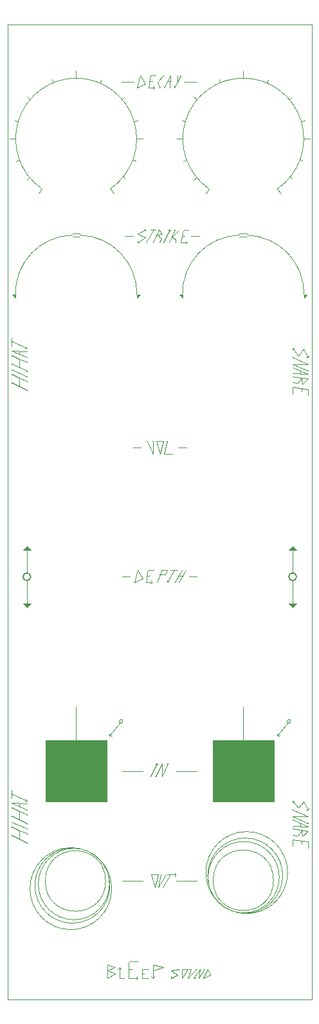
<source format=gto>
G04 #@! TF.GenerationSoftware,KiCad,Pcbnew,(6.0.0)*
G04 #@! TF.CreationDate,2022-07-07T20:03:20+01:00*
G04 #@! TF.ProjectId,Snare+Hihat,536e6172-652b-4486-9968-61742e6b6963,rev?*
G04 #@! TF.SameCoordinates,Original*
G04 #@! TF.FileFunction,Legend,Top*
G04 #@! TF.FilePolarity,Positive*
%FSLAX46Y46*%
G04 Gerber Fmt 4.6, Leading zero omitted, Abs format (unit mm)*
G04 Created by KiCad (PCBNEW (6.0.0)) date 2022-07-07 20:03:20*
%MOMM*%
%LPD*%
G01*
G04 APERTURE LIST*
%ADD10C,0.120000*%
%ADD11C,0.100000*%
%ADD12C,0.150000*%
G04 #@! TA.AperFunction,Profile*
%ADD13C,0.050000*%
G04 #@! TD*
%ADD14O,6.700000X4.200000*%
G04 APERTURE END LIST*
D10*
X85513118Y-41000000D02*
X84741506Y-41000000D01*
X120000000Y-47572083D02*
X120450000Y-48182083D01*
X101600000Y-38572083D02*
X101140000Y-38712083D01*
X93500000Y-33033694D02*
X93500000Y-32072083D01*
X96800000Y-33272083D02*
X96640000Y-33652083D01*
X109000000Y-35472083D02*
X109410000Y-35822083D01*
X101300000Y-43872083D02*
X100990000Y-43762083D01*
X98000000Y-47572083D02*
G75*
G03*
X89000000Y-47572083I-4500000J6572083D01*
G01*
X107400000Y-38572083D02*
X107860000Y-38712083D01*
X87000000Y-46372083D02*
X87350000Y-46082083D01*
X87000000Y-35472083D02*
X87410000Y-35822083D01*
X123600000Y-38572083D02*
X123140000Y-38712083D01*
X107500000Y-41000000D02*
X106728388Y-41000000D01*
X123500000Y-41000000D02*
X124271612Y-41000000D01*
X109000000Y-46372083D02*
X109350000Y-46082083D01*
X111000000Y-47572083D02*
X110540000Y-48162083D01*
X120000000Y-47572083D02*
G75*
G03*
X111000000Y-47572083I-4500000J6572083D01*
G01*
X121930000Y-46212083D02*
X121690000Y-46012083D01*
X99890000Y-35472083D02*
X99540000Y-35792083D01*
X85600000Y-43972083D02*
X86040000Y-43812083D01*
X85400000Y-38572083D02*
X85860000Y-38712083D01*
X118800000Y-33272083D02*
X118640000Y-33652083D01*
X90300000Y-33172083D02*
X90490000Y-33622083D01*
X107600000Y-43972083D02*
X108040000Y-43812083D01*
X98000000Y-47572083D02*
X98450000Y-48182083D01*
X121890000Y-35472083D02*
X121540000Y-35792083D01*
X99930000Y-46212083D02*
X99690000Y-46012083D01*
X112300000Y-33172083D02*
X112490000Y-33622083D01*
X115500000Y-33033694D02*
X115500000Y-32072083D01*
X89000000Y-47572083D02*
X88540000Y-48162083D01*
X101500000Y-41000000D02*
X102271612Y-41000000D01*
X123300000Y-43872083D02*
X122990000Y-43762083D01*
X124000000Y-131300000D02*
X122000000Y-131200000D01*
X87000000Y-127900000D02*
X86800000Y-128000000D01*
X123200000Y-133200000D02*
X123200000Y-133600000D01*
X85000000Y-127000000D02*
X85000000Y-127600000D01*
X85000000Y-130700000D02*
X87000000Y-131600000D01*
X86000000Y-132900000D02*
X86000000Y-131800000D01*
X123000000Y-131250000D02*
X123000000Y-130850000D01*
X86000000Y-129300000D02*
X85000000Y-128800000D01*
X85000000Y-132400000D02*
X85000000Y-132500000D01*
X123200000Y-131800000D02*
X122700000Y-132500000D01*
X123400000Y-128000000D02*
X122800000Y-128900000D01*
X85000000Y-127000000D02*
X85000000Y-126500000D01*
X85000000Y-129900000D02*
X87000000Y-130900000D01*
X85000000Y-132400000D02*
X87000000Y-133400000D01*
X87000000Y-129700000D02*
X87000000Y-129800000D01*
X85000000Y-131300000D02*
X85000000Y-131400000D01*
X85000000Y-129900000D02*
X85000000Y-130000000D01*
X122700000Y-132500000D02*
X122000000Y-132400000D01*
X85000000Y-128800000D02*
X85000000Y-128900000D01*
X86000000Y-130400000D02*
X86000000Y-129300000D01*
X124000000Y-133300000D02*
X124000000Y-134100000D01*
X124000000Y-131900000D02*
X123300000Y-132600000D01*
X122000000Y-129100000D02*
X122000000Y-129000000D01*
X86000000Y-129300000D02*
X87000000Y-129700000D01*
X124000000Y-129100000D02*
X123800000Y-129100000D01*
X124000000Y-130000000D02*
X122000000Y-129100000D01*
X122000000Y-127900000D02*
X122200000Y-127900000D01*
X87000000Y-130900000D02*
X87000000Y-131000000D01*
X86000000Y-131800000D02*
X87000000Y-132200000D01*
X124000000Y-129100000D02*
X124100000Y-128900000D01*
X86000000Y-131800000D02*
X85000000Y-131300000D01*
X87000000Y-133400000D02*
X87000000Y-133500000D01*
X123300000Y-132600000D02*
X123200000Y-131800000D01*
X87000000Y-132200000D02*
X87000000Y-132300000D01*
X85000000Y-128200000D02*
X87000000Y-128300000D01*
X87000000Y-127900000D02*
X86900000Y-127700000D01*
X122000000Y-133000000D02*
X124000000Y-133300000D01*
X85000000Y-127000000D02*
X87000000Y-127900000D01*
X124000000Y-129100000D02*
X123400000Y-128000000D01*
X124000000Y-130000000D02*
X122000000Y-130000000D01*
X124000000Y-130900000D02*
X122000000Y-130000000D01*
X86000000Y-128300000D02*
X86000000Y-128600000D01*
X122800000Y-128900000D02*
X122000000Y-127900000D01*
X124000000Y-130900000D02*
X124000000Y-130800000D01*
X124000000Y-131300000D02*
X122000000Y-130400000D01*
X122000000Y-133000000D02*
X122000000Y-133900000D01*
X85000000Y-128200000D02*
X87000000Y-129100000D01*
X124000000Y-131900000D02*
X122000000Y-131600000D01*
X122000000Y-127900000D02*
X122000000Y-128100000D01*
X124000000Y-70600000D02*
X122000000Y-70600000D01*
X122000000Y-68500000D02*
X122000000Y-68700000D01*
X124000000Y-72500000D02*
X122000000Y-72200000D01*
X124000000Y-71900000D02*
X122000000Y-71000000D01*
X86000000Y-68900000D02*
X86000000Y-69200000D01*
X122000000Y-73600000D02*
X122000000Y-74500000D01*
X124000000Y-71500000D02*
X122000000Y-70600000D01*
X85000000Y-68800000D02*
X87000000Y-69700000D01*
X122800000Y-69500000D02*
X122000000Y-68500000D01*
X124000000Y-71500000D02*
X124000000Y-71400000D01*
X124000000Y-69700000D02*
X123800000Y-69700000D01*
X122000000Y-68500000D02*
X122200000Y-68500000D01*
X87000000Y-68500000D02*
X86900000Y-68300000D01*
X122000000Y-73600000D02*
X124000000Y-73900000D01*
X124000000Y-69700000D02*
X123400000Y-68600000D01*
X124000000Y-71900000D02*
X122000000Y-71800000D01*
X87000000Y-68500000D02*
X86800000Y-68600000D01*
X85000000Y-67600000D02*
X85000000Y-68200000D01*
X85000000Y-71300000D02*
X87000000Y-72200000D01*
X123000000Y-71850000D02*
X123000000Y-71450000D01*
X123400000Y-68600000D02*
X122800000Y-69500000D01*
X123200000Y-72400000D02*
X122700000Y-73100000D01*
X107000000Y-150000000D02*
X106000000Y-150200000D01*
X87000000Y-71500000D02*
X87000000Y-71600000D01*
X85000000Y-67600000D02*
X85000000Y-67100000D01*
X85000000Y-73000000D02*
X87000000Y-74000000D01*
X87000000Y-70300000D02*
X87000000Y-70400000D01*
X86000000Y-72400000D02*
X87000000Y-72800000D01*
X85000000Y-71900000D02*
X85000000Y-72000000D01*
X86000000Y-69900000D02*
X85000000Y-69400000D01*
X86000000Y-72400000D02*
X85000000Y-71900000D01*
X87000000Y-74000000D02*
X87000000Y-74100000D01*
X85000000Y-70500000D02*
X85000000Y-70600000D01*
X85000000Y-69400000D02*
X85000000Y-69500000D01*
X85000000Y-73000000D02*
X85000000Y-73100000D01*
X86000000Y-73500000D02*
X86000000Y-72400000D01*
X87000000Y-72800000D02*
X87000000Y-72900000D01*
X85000000Y-68800000D02*
X87000000Y-68900000D01*
X85000000Y-67600000D02*
X87000000Y-68500000D01*
X115500000Y-121750000D02*
X115500000Y-115500000D01*
X85000000Y-70500000D02*
X87000000Y-71500000D01*
X93500000Y-121750000D02*
X93500000Y-115500000D01*
X86000000Y-71000000D02*
X86000000Y-69900000D01*
X86000000Y-69900000D02*
X87000000Y-70300000D01*
X102200000Y-150600000D02*
X102400000Y-150600000D01*
X98600000Y-150600000D02*
X97600000Y-150200000D01*
X103400000Y-151000000D02*
X103600000Y-151200000D01*
X100400000Y-151200000D02*
X101600000Y-151200000D01*
X103600000Y-151200000D02*
X103600000Y-151000000D01*
X106000000Y-151200000D02*
X106000000Y-151000000D01*
X102200000Y-150000000D02*
X102200000Y-151200000D01*
X105000000Y-149800000D02*
X103600000Y-150200000D01*
X99200000Y-151200000D02*
X99800000Y-151200000D01*
X110400000Y-150000000D02*
X110200000Y-150000000D01*
X100400000Y-150000000D02*
X100800000Y-150000000D01*
X100800000Y-149000000D02*
X101600000Y-149000000D01*
X97600000Y-149400000D02*
X97600000Y-151200000D01*
X103600000Y-149400000D02*
X105000000Y-149800000D01*
X98600000Y-149800000D02*
X97600000Y-149400000D01*
X102200000Y-150000000D02*
X103000000Y-150000000D01*
X97600000Y-150200000D02*
X98600000Y-149800000D01*
X97600000Y-151200000D02*
X98600000Y-150600000D01*
X100400000Y-149400000D02*
X100400000Y-151200000D01*
X103600000Y-151200000D02*
X103800000Y-151000000D01*
X103600000Y-149400000D02*
X103600000Y-151200000D01*
X102200000Y-151200000D02*
X103000000Y-151200000D01*
X101600000Y-97600000D02*
X101200000Y-99200000D01*
X105500000Y-99200000D02*
X105700000Y-99100000D01*
X102700000Y-99200000D02*
X103400000Y-99200000D01*
X101200000Y-99200000D02*
X102300000Y-98700000D01*
X105200000Y-98200000D02*
X104400000Y-98200000D01*
X102300000Y-98700000D02*
X101600000Y-97600000D01*
X107900000Y-97600000D02*
X107000000Y-99200000D01*
X106400000Y-97600000D02*
X105500000Y-99200000D01*
X104800000Y-97600000D02*
X104100000Y-99200000D01*
X105900000Y-97600000D02*
X106800000Y-97600000D01*
X103300000Y-97600000D02*
G75*
G03*
X102900000Y-98000000I-1J-399999D01*
G01*
X105500000Y-97600000D02*
X105200000Y-98200000D01*
X103500000Y-99200000D02*
X103300000Y-99400000D01*
X103500000Y-99200000D02*
X103300000Y-99000000D01*
X87000000Y-98000000D02*
X87000000Y-95000000D01*
X103300000Y-97600000D02*
X103700000Y-97600000D01*
X102900000Y-98400000D02*
X103200000Y-98400000D01*
X107400000Y-97600000D02*
X106500000Y-99200000D01*
X102900000Y-98000000D02*
X102700000Y-99200000D01*
X105500000Y-99200000D02*
X105500000Y-99000000D01*
X106800000Y-98400000D02*
X107600000Y-98400000D01*
D11*
X87500000Y-95000000D02*
X86500000Y-95000000D01*
X86500000Y-95000000D02*
X87000000Y-94500000D01*
X87000000Y-94500000D02*
X87500000Y-95000000D01*
G36*
X87500000Y-95000000D02*
G01*
X86500000Y-95000000D01*
X87000000Y-94500000D01*
X87500000Y-95000000D01*
G37*
X87500000Y-95000000D02*
X86500000Y-95000000D01*
X87000000Y-94500000D01*
X87500000Y-95000000D01*
D10*
X102300000Y-124000000D02*
X99600000Y-124000000D01*
X121750000Y-117500000D02*
G75*
G03*
X121750000Y-117500000I-250000J0D01*
G01*
X93000000Y-53450000D02*
X94000000Y-53450000D01*
X120236150Y-137950000D02*
G75*
G03*
X120236150Y-137950000I-4686150J0D01*
G01*
X104800000Y-123000000D02*
X104800000Y-124700000D01*
X93000000Y-53850000D02*
X94000000Y-53850000D01*
X104000000Y-124700000D02*
X103900000Y-124700000D01*
X104800000Y-124700000D02*
X105600000Y-123000000D01*
D11*
X87000000Y-102500000D02*
X86500000Y-102000000D01*
X86500000Y-102000000D02*
X87500000Y-102000000D01*
X87500000Y-102000000D02*
X87000000Y-102500000D01*
G36*
X87000000Y-102500000D02*
G01*
X86500000Y-102000000D01*
X87500000Y-102000000D01*
X87000000Y-102500000D01*
G37*
X87000000Y-102500000D02*
X86500000Y-102000000D01*
X87500000Y-102000000D01*
X87000000Y-102500000D01*
D10*
X103300000Y-124700000D02*
X104100000Y-123000000D01*
X87000000Y-99000000D02*
X87000000Y-102000000D01*
D12*
X87500000Y-98500000D02*
G75*
G03*
X87500000Y-98500000I-500000J0D01*
G01*
D10*
X122000000Y-99000000D02*
X122000000Y-102000000D01*
X105600000Y-123000000D02*
X105500000Y-123000000D01*
X119469887Y-138350000D02*
G75*
G03*
X119469887Y-138350000I-3969887J0D01*
G01*
X104100000Y-123000000D02*
X104200000Y-123200000D01*
X104000000Y-124700000D02*
X104800000Y-123000000D01*
X104100000Y-123000000D02*
X103900000Y-123100000D01*
X120000000Y-119400000D02*
X120300000Y-119400000D01*
X120000000Y-119400000D02*
X120000000Y-119100000D01*
X121500000Y-117500000D02*
X120000000Y-119400000D01*
X93000000Y-53650000D02*
G75*
G03*
X85500000Y-61450000I150000J-7650000D01*
G01*
X104300000Y-137600000D02*
X103900000Y-139300000D01*
X97939636Y-139050000D02*
G75*
G03*
X97939636Y-139050000I-4939636J0D01*
G01*
X122700000Y-73100000D02*
X122000000Y-73000000D01*
X121335165Y-137350000D02*
G75*
G03*
X121335165Y-137350000I-5385165J0D01*
G01*
X124000000Y-73900000D02*
X124000000Y-74700000D01*
X120689636Y-137750000D02*
G75*
G03*
X120689636Y-137750000I-4939636J0D01*
G01*
X98185165Y-139450000D02*
G75*
G03*
X98185165Y-139450000I-5385165J0D01*
G01*
X97369887Y-138450000D02*
G75*
G03*
X97369887Y-138450000I-3969887J0D01*
G01*
X103900000Y-139300000D02*
X103400000Y-137600000D01*
D11*
X119500000Y-128000000D02*
X111500000Y-128000000D01*
X111500000Y-128000000D02*
X111500000Y-120000000D01*
X111500000Y-120000000D02*
X119500000Y-120000000D01*
X119500000Y-120000000D02*
X119500000Y-128000000D01*
G36*
X119500000Y-128000000D02*
G01*
X111500000Y-128000000D01*
X111500000Y-120000000D01*
X119500000Y-120000000D01*
X119500000Y-128000000D01*
G37*
X119500000Y-128000000D02*
X111500000Y-128000000D01*
X111500000Y-120000000D01*
X119500000Y-120000000D01*
X119500000Y-128000000D01*
D10*
X123300000Y-73200000D02*
X123200000Y-72400000D01*
X123200000Y-73800000D02*
X123200000Y-74200000D01*
X124000000Y-72500000D02*
X123300000Y-73200000D01*
X124000000Y-69700000D02*
X124100000Y-69500000D01*
X105900000Y-137600000D02*
X104900000Y-139300000D01*
X104300000Y-139300000D02*
X105300000Y-137600000D01*
X124000000Y-70600000D02*
X122000000Y-69700000D01*
X97886150Y-138850000D02*
G75*
G03*
X97886150Y-138850000I-4686150J0D01*
G01*
X104600000Y-137600000D02*
X104300000Y-139300000D01*
X103400000Y-137600000D02*
X104300000Y-137600000D01*
X122000000Y-69700000D02*
X122000000Y-69600000D01*
X105500000Y-137600000D02*
X106200000Y-137600000D01*
D13*
X84500000Y-26000000D02*
X84499999Y-149500001D01*
X84500000Y-26000000D02*
X124500000Y-26000000D01*
X124500000Y-154000000D02*
X84500000Y-154000000D01*
X84500000Y-154000000D02*
X84499999Y-149500001D01*
X124500000Y-26000000D02*
X124500000Y-154000000D01*
D10*
X107300000Y-54600000D02*
X108000000Y-54600000D01*
X106200000Y-137600000D02*
X106600000Y-137600000D01*
X108100000Y-54600000D02*
X107900000Y-54400000D01*
X106400000Y-34250000D02*
X106400000Y-34050000D01*
X97900000Y-119400000D02*
X98200000Y-119400000D01*
X106950000Y-81500000D02*
X108000000Y-81500000D01*
X101600000Y-54600000D02*
X101800000Y-54600000D01*
X106100000Y-53900000D02*
X107000000Y-53000000D01*
X104100000Y-53600000D02*
X104700000Y-54100000D01*
X102050000Y-81500000D02*
X101000000Y-81500000D01*
X102600000Y-52900000D02*
X102600000Y-53100000D01*
X101500000Y-61450000D02*
G75*
G03*
X94000000Y-53650000I-7702650J99375D01*
G01*
X108100000Y-54600000D02*
X107900000Y-54800000D01*
X102850000Y-80650000D02*
X102750000Y-80650000D01*
X107500000Y-53400000D02*
X107300000Y-54600000D01*
X122000000Y-98000000D02*
X122000000Y-95000000D01*
X104950000Y-80650000D02*
X104550000Y-82350000D01*
X102600000Y-52900000D02*
X102400000Y-52900000D01*
X99650000Y-117500000D02*
G75*
G03*
X99650000Y-117500000I-250000J0D01*
G01*
X103600000Y-32650000D02*
G75*
G03*
X103200000Y-33050000I-1J-399999D01*
G01*
X104700000Y-54100000D02*
X104500000Y-54600000D01*
X103300000Y-52900000D02*
X104000000Y-52900000D01*
X108600000Y-53800000D02*
X109700000Y-53800000D01*
X105900000Y-32650000D02*
X105800000Y-34250000D01*
X102300000Y-138400000D02*
X99600000Y-138400000D01*
X103200000Y-33050000D02*
X103000000Y-34250000D01*
D12*
X122500000Y-98500000D02*
G75*
G03*
X122500000Y-98500000I-500000J0D01*
G01*
D10*
X102850000Y-80650000D02*
X103650000Y-82350000D01*
X104500000Y-34250000D02*
X104600000Y-34150000D01*
X105450000Y-80650000D02*
X105050000Y-82350000D01*
X101500000Y-61850000D02*
X101500000Y-61450000D01*
X101500000Y-61450000D02*
X101900000Y-61450000D01*
X101900000Y-61450000D02*
X101500000Y-61850000D01*
G36*
X101500000Y-61850000D02*
G01*
X101500000Y-61450000D01*
X101900000Y-61450000D01*
X101500000Y-61850000D01*
G37*
X101500000Y-61850000D02*
X101500000Y-61450000D01*
X101900000Y-61450000D01*
X101500000Y-61850000D01*
X106600000Y-137600000D02*
X106500000Y-137400000D01*
X106800000Y-33550000D02*
X106800000Y-32650000D01*
X101500000Y-34250000D02*
X102600000Y-33750000D01*
X85100000Y-61500000D02*
X85500000Y-61500000D01*
X85500000Y-61500000D02*
X85500000Y-61900000D01*
X85500000Y-61900000D02*
X85100000Y-61500000D01*
G36*
X85500000Y-61900000D02*
G01*
X85100000Y-61500000D01*
X85500000Y-61500000D01*
X85500000Y-61900000D01*
G37*
X85500000Y-61900000D02*
X85100000Y-61500000D01*
X85500000Y-61500000D01*
X85500000Y-61900000D01*
X106700000Y-138400000D02*
X109400000Y-138400000D01*
X115000000Y-53650000D02*
G75*
G03*
X107500000Y-61450000I150000J-7650000D01*
G01*
X103800000Y-34250000D02*
X103600000Y-34050000D01*
X103650000Y-82350000D02*
X103650000Y-80650000D01*
X106400000Y-34250000D02*
X106600000Y-34150000D01*
X101000000Y-53800000D02*
X99900000Y-53800000D01*
X105000000Y-32650000D02*
X105100000Y-32750000D01*
X105800000Y-52900000D02*
X105900000Y-53100000D01*
X103000000Y-34250000D02*
X103700000Y-34250000D01*
X104800000Y-53500000D02*
X104100000Y-53600000D01*
X106800000Y-33550000D02*
X107300000Y-32650000D01*
X107700000Y-33550000D02*
X109300000Y-33550000D01*
X103700000Y-52900000D02*
X102700000Y-54600000D01*
X104400000Y-52900000D02*
X103600000Y-54600000D01*
X99400000Y-117500000D02*
X97900000Y-119400000D01*
X103800000Y-34250000D02*
X103600000Y-34450000D01*
X104200000Y-33550000D02*
X104500000Y-34250000D01*
X106100000Y-53900000D02*
X106600000Y-54200000D01*
X105450000Y-80650000D02*
X105350000Y-80650000D01*
X104550000Y-82350000D02*
X104050000Y-80650000D01*
X123500000Y-61450000D02*
G75*
G03*
X116000000Y-53650000I-7702650J99375D01*
G01*
X107500000Y-53800000D02*
X107800000Y-53800000D01*
X105800000Y-52900000D02*
X105600000Y-53000000D01*
X107400000Y-151200000D02*
X108200000Y-150000000D01*
X110200000Y-151200000D02*
X111200000Y-150800000D01*
X109400000Y-150000000D02*
X109200000Y-150000000D01*
X109000000Y-151200000D02*
X109200000Y-151200000D01*
X108600000Y-150000000D02*
X108400000Y-150000000D01*
X106800000Y-150800000D02*
X106000000Y-151200000D01*
X109800000Y-150000000D02*
X109000000Y-151200000D01*
X100800000Y-149000000D02*
G75*
G03*
X100400000Y-149400000I-1J-399999D01*
G01*
X99200000Y-149800000D02*
X99400000Y-150000000D01*
X110800000Y-150000000D02*
X110200000Y-151200000D01*
X109600000Y-151200000D02*
X110400000Y-150000000D01*
X108200000Y-150000000D02*
X107400000Y-150000000D01*
X107000000Y-150000000D02*
X107000000Y-150200000D01*
X108200000Y-151200000D02*
X109400000Y-150000000D01*
X109800000Y-150000000D02*
X109600000Y-151200000D01*
X106000000Y-150200000D02*
X106800000Y-150800000D01*
X101600000Y-151200000D02*
X101400000Y-151400000D01*
X99200000Y-149800000D02*
X99000000Y-150000000D01*
X107400000Y-150000000D02*
X107400000Y-151200000D01*
X108600000Y-150000000D02*
X108200000Y-151200000D01*
X101600000Y-151200000D02*
X101400000Y-151000000D01*
X110800000Y-150000000D02*
X111200000Y-150800000D01*
X106600000Y-54200000D02*
X106600000Y-54600000D01*
X107900000Y-53000000D02*
G75*
G03*
X107500000Y-53400000I-1J-399999D01*
G01*
D11*
X97500000Y-128000000D02*
X89500000Y-128000000D01*
X89500000Y-128000000D02*
X89500000Y-120000000D01*
X89500000Y-120000000D02*
X97500000Y-120000000D01*
X97500000Y-120000000D02*
X97500000Y-128000000D01*
G36*
X97500000Y-128000000D02*
G01*
X89500000Y-128000000D01*
X89500000Y-120000000D01*
X97500000Y-120000000D01*
X97500000Y-128000000D01*
G37*
X97500000Y-128000000D02*
X89500000Y-128000000D01*
X89500000Y-120000000D01*
X97500000Y-120000000D01*
X97500000Y-128000000D01*
D10*
X108400000Y-98500000D02*
X109400000Y-98500000D01*
X105700000Y-54600000D02*
X106500000Y-52900000D01*
X103650000Y-80650000D02*
X103550000Y-80650000D01*
X102600000Y-53900000D02*
X101600000Y-54600000D01*
X106600000Y-137600000D02*
X106500000Y-137800000D01*
X102600000Y-52900000D02*
X101600000Y-53500000D01*
X102600000Y-33750000D02*
X101900000Y-32650000D01*
X105000000Y-54600000D02*
X105800000Y-52900000D01*
D11*
X122500000Y-95000000D02*
X121500000Y-95000000D01*
X121500000Y-95000000D02*
X122000000Y-94500000D01*
X122000000Y-94500000D02*
X122500000Y-95000000D01*
G36*
X122500000Y-95000000D02*
G01*
X121500000Y-95000000D01*
X122000000Y-94500000D01*
X122500000Y-95000000D01*
G37*
X122500000Y-95000000D02*
X121500000Y-95000000D01*
X122000000Y-94500000D01*
X122500000Y-95000000D01*
D10*
X105900000Y-32650000D02*
X105100000Y-34250000D01*
X123500000Y-61850000D02*
X123500000Y-61450000D01*
X123500000Y-61450000D02*
X123900000Y-61450000D01*
X123900000Y-61450000D02*
X123500000Y-61850000D01*
G36*
X123500000Y-61850000D02*
G01*
X123500000Y-61450000D01*
X123900000Y-61450000D01*
X123500000Y-61850000D01*
G37*
X123500000Y-61850000D02*
X123500000Y-61450000D01*
X123900000Y-61450000D01*
X123500000Y-61850000D01*
X101100000Y-33550000D02*
X99500000Y-33550000D01*
D11*
X122000000Y-102500000D02*
X121500000Y-102000000D01*
X121500000Y-102000000D02*
X122500000Y-102000000D01*
X122500000Y-102000000D02*
X122000000Y-102500000D01*
G36*
X122000000Y-102500000D02*
G01*
X121500000Y-102000000D01*
X122500000Y-102000000D01*
X122000000Y-102500000D01*
G37*
X122000000Y-102500000D02*
X121500000Y-102000000D01*
X122500000Y-102000000D01*
X122000000Y-102500000D01*
D10*
X106800000Y-33550000D02*
X106400000Y-34250000D01*
X115000000Y-53450000D02*
X116000000Y-53450000D01*
X106700000Y-124000000D02*
X109400000Y-124000000D01*
X104600000Y-97600000D02*
X105500000Y-97600000D01*
X103200000Y-33450000D02*
X103500000Y-33450000D01*
X101600000Y-53500000D02*
X102600000Y-53900000D01*
X105000000Y-32650000D02*
X104200000Y-33550000D01*
X105800000Y-33450000D02*
X105500000Y-33450000D01*
X101900000Y-32650000D02*
X101500000Y-34250000D01*
X104400000Y-52900000D02*
X104800000Y-53500000D01*
X100600000Y-98500000D02*
X99600000Y-98500000D01*
X101600000Y-54600000D02*
X101600000Y-54400000D01*
X107100000Y-61450000D02*
X107500000Y-61450000D01*
X107500000Y-61450000D02*
X107500000Y-61850000D01*
X107500000Y-61850000D02*
X107100000Y-61450000D01*
G36*
X107500000Y-61850000D02*
G01*
X107100000Y-61450000D01*
X107500000Y-61450000D01*
X107500000Y-61850000D01*
G37*
X107500000Y-61850000D02*
X107100000Y-61450000D01*
X107500000Y-61450000D01*
X107500000Y-61850000D01*
X103600000Y-32650000D02*
X104000000Y-32650000D01*
X105050000Y-82350000D02*
X106150000Y-82350000D01*
X107900000Y-53000000D02*
X108300000Y-53000000D01*
X115000000Y-53850000D02*
X116000000Y-53850000D01*
X97900000Y-119400000D02*
X97900000Y-119100000D01*
X104050000Y-80650000D02*
X104950000Y-80650000D01*
X99200000Y-149800000D02*
X99200000Y-151200000D01*
%LPC*%
D11*
X91000000Y-110500000D02*
X96000000Y-110500000D01*
X96000000Y-110500000D02*
X96000000Y-115500000D01*
X96000000Y-115500000D02*
X91000000Y-115500000D01*
X91000000Y-115500000D02*
X91000000Y-110500000D01*
G36*
X96000000Y-115500000D02*
G01*
X91000000Y-115500000D01*
X91000000Y-110500000D01*
X96000000Y-110500000D01*
X96000000Y-115500000D01*
G37*
X96000000Y-115500000D02*
X91000000Y-115500000D01*
X91000000Y-110500000D01*
X96000000Y-110500000D01*
X96000000Y-115500000D01*
X113000000Y-110500000D02*
X118000000Y-110500000D01*
X118000000Y-110500000D02*
X118000000Y-115500000D01*
X118000000Y-115500000D02*
X113000000Y-115500000D01*
X113000000Y-115500000D02*
X113000000Y-110500000D01*
G36*
X118000000Y-115500000D02*
G01*
X113000000Y-115500000D01*
X113000000Y-110500000D01*
X118000000Y-110500000D01*
X118000000Y-115500000D01*
G37*
X118000000Y-115500000D02*
X113000000Y-115500000D01*
X113000000Y-110500000D01*
X118000000Y-110500000D01*
X118000000Y-115500000D01*
D14*
X117000000Y-151000000D03*
X92000000Y-151000000D03*
X91500000Y-29000000D03*
X117000000Y-29000000D03*
M02*

</source>
